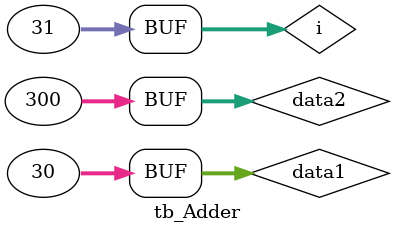
<source format=v>
module tb_Adder;
reg [31:0] data1;
reg [31:0] data2;
wire [31:0] data_o;
integer i;

Adder uut(
    data1,
    data2,
    data_o
);


initial begin 
for(i = 0; i<31;i=i+1)begin
    #10
    data1 = i;
    data2 = i*10;
end
end
endmodule
</source>
